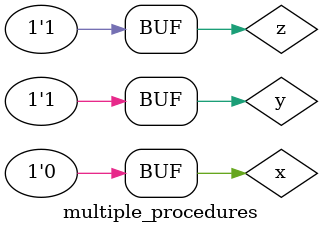
<source format=v>
`timescale 1ns / 1ps


module multiple_procedures();

        reg x = 1'b0; // 1 bit variable woth the value 0
        reg y = 1'b1; // 1 bit variable woth the value 1
        reg z;        // used to store the result of operations between x an y

    // A procedure example
    always @(z) begin
        $display("x = %b, y = %b, z = %b", x, y, z);
    end

    // Another procedure example
    initial begin
        #2              // wait 2 time units
        z = x ^ y;      // bit-wise XOR between the 1 bit variables x and y
        #10;            // wait 10 time units
        y = 0;          // change the value of y
        z = x | y;      // bit-wise OR between the 1 bit variables x and y
        #10;            // wait 10 time units
        z = ~z;         // bit-wise NOT of the variable z
        #10;            // wait 10 time units
    end

endmodule

</source>
